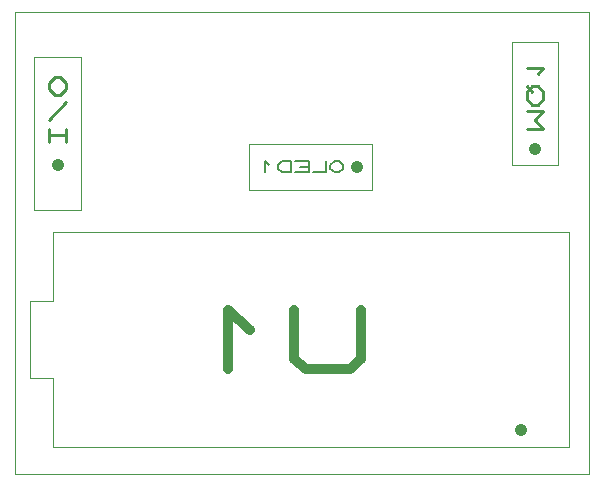
<source format=gbr>
G04 PROTEUS GERBER X2 FILE*
%TF.GenerationSoftware,Labcenter,Proteus,8.15-SP1-Build34318*%
%TF.CreationDate,2023-09-26T11:23:09+00:00*%
%TF.FileFunction,AssemblyDrawing,Top*%
%TF.FilePolarity,Positive*%
%TF.Part,Single*%
%TF.SameCoordinates,{55f2b303-2a82-4880-9e88-0068297effa7}*%
%FSLAX45Y45*%
%MOMM*%
G01*
%TA.AperFunction,Material*%
%ADD17C,0.101600*%
%ADD18C,1.016000*%
%ADD19C,0.163360*%
%ADD70C,0.231130*%
%TA.AperFunction,Profile*%
%ADD14C,0.101600*%
%TA.AperFunction,Material*%
%ADD71C,0.050000*%
%ADD20C,0.836710*%
%TD.AperFunction*%
D17*
X-3379980Y+2537720D02*
X-2333820Y+2537720D01*
X-2333820Y+2928880D01*
X-3379980Y+2928880D01*
X-3379980Y+2537720D01*
D18*
X-2465900Y+2733300D02*
X-2465900Y+2733300D01*
D19*
X-2580765Y+2749637D02*
X-2617522Y+2782310D01*
X-2654280Y+2782310D01*
X-2691037Y+2749637D01*
X-2691037Y+2716963D01*
X-2654280Y+2684290D01*
X-2617522Y+2684290D01*
X-2580765Y+2716963D01*
X-2580765Y+2749637D01*
X-2727795Y+2782310D02*
X-2727795Y+2684290D01*
X-2838067Y+2684290D01*
X-2985097Y+2684290D02*
X-2874825Y+2684290D01*
X-2874825Y+2782310D01*
X-2985097Y+2782310D01*
X-2874825Y+2733300D02*
X-2948340Y+2733300D01*
X-3021855Y+2684290D02*
X-3021855Y+2782310D01*
X-3095370Y+2782310D01*
X-3132127Y+2749637D01*
X-3132127Y+2716963D01*
X-3095370Y+2684290D01*
X-3021855Y+2684290D01*
X-3205642Y+2749637D02*
X-3242400Y+2782310D01*
X-3242400Y+2684290D01*
D17*
X-1151320Y+2747080D02*
X-760160Y+2747080D01*
X-760160Y+3793240D01*
X-1151320Y+3793240D01*
X-1151320Y+2747080D01*
D18*
X-955740Y+2879160D02*
X-955740Y+2879160D01*
D70*
X-1025082Y+3049563D02*
X-886398Y+3049563D01*
X-955740Y+3127572D01*
X-886398Y+3205581D01*
X-1025082Y+3205581D01*
X-932626Y+3257588D02*
X-886398Y+3309594D01*
X-886398Y+3361600D01*
X-932626Y+3413606D01*
X-978854Y+3413606D01*
X-1025082Y+3361600D01*
X-1025082Y+3309594D01*
X-978854Y+3257588D01*
X-932626Y+3257588D01*
X-978854Y+3361600D02*
X-1025082Y+3413606D01*
X-932626Y+3517619D02*
X-886398Y+3569625D01*
X-1025082Y+3569625D01*
D17*
X-5195580Y+2367920D02*
X-4804420Y+2367920D01*
X-4804420Y+3664080D01*
X-5195580Y+3664080D01*
X-5195580Y+2367920D01*
D18*
X-5000000Y+2750000D02*
X-5000000Y+2750000D01*
D70*
X-4930658Y+2946406D02*
X-4930658Y+3050418D01*
X-4930658Y+2998412D02*
X-5069342Y+2998412D01*
X-5069342Y+2946406D02*
X-5069342Y+3050418D01*
X-4930658Y+3284446D02*
X-5069342Y+3128428D01*
X-4976886Y+3336453D02*
X-4930658Y+3388459D01*
X-4930658Y+3440465D01*
X-4976886Y+3492471D01*
X-5023114Y+3492471D01*
X-5069342Y+3440465D01*
X-5069342Y+3388459D01*
X-5023114Y+3336453D01*
X-4976886Y+3336453D01*
D14*
X-5360000Y+133000D02*
X-500000Y+133000D01*
X-500000Y+4040500D01*
X-5360000Y+4040500D01*
X-5360000Y+133000D01*
D71*
X-673500Y+356000D02*
X-673500Y+2184000D01*
X-5041500Y+2184000D01*
X-5041500Y+356000D02*
X-673500Y+356000D01*
X-5041500Y+356000D02*
X-5041500Y+948000D01*
X-5231500Y+948000D01*
X-5231500Y+1595000D01*
X-5041500Y+1595000D01*
X-5041500Y+2184000D01*
D18*
X-1079500Y+508000D02*
X-1079500Y+508000D01*
D20*
X-2429110Y+1521013D02*
X-2429110Y+1102657D01*
X-2523240Y+1018986D01*
X-2899760Y+1018986D01*
X-2993890Y+1102657D01*
X-2993890Y+1521013D01*
X-3370410Y+1353671D02*
X-3558670Y+1521013D01*
X-3558670Y+1018986D01*
M02*

</source>
